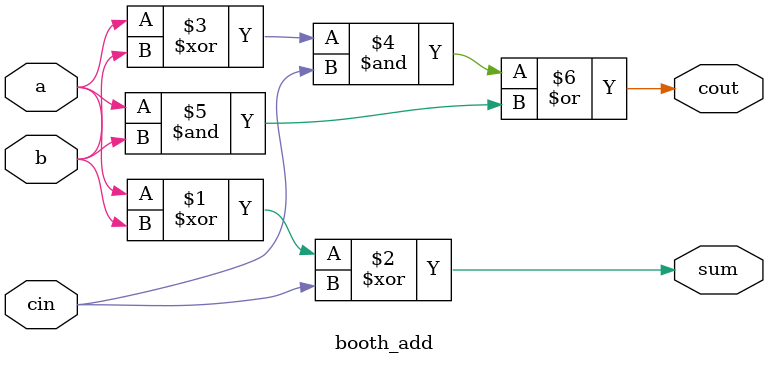
<source format=v>
module booth_add(input a,input b,input cin,output cout,output sum);

assign sum=a^b^cin;
assign cout=(a^b)&cin | a&b;

endmodule   
</source>
